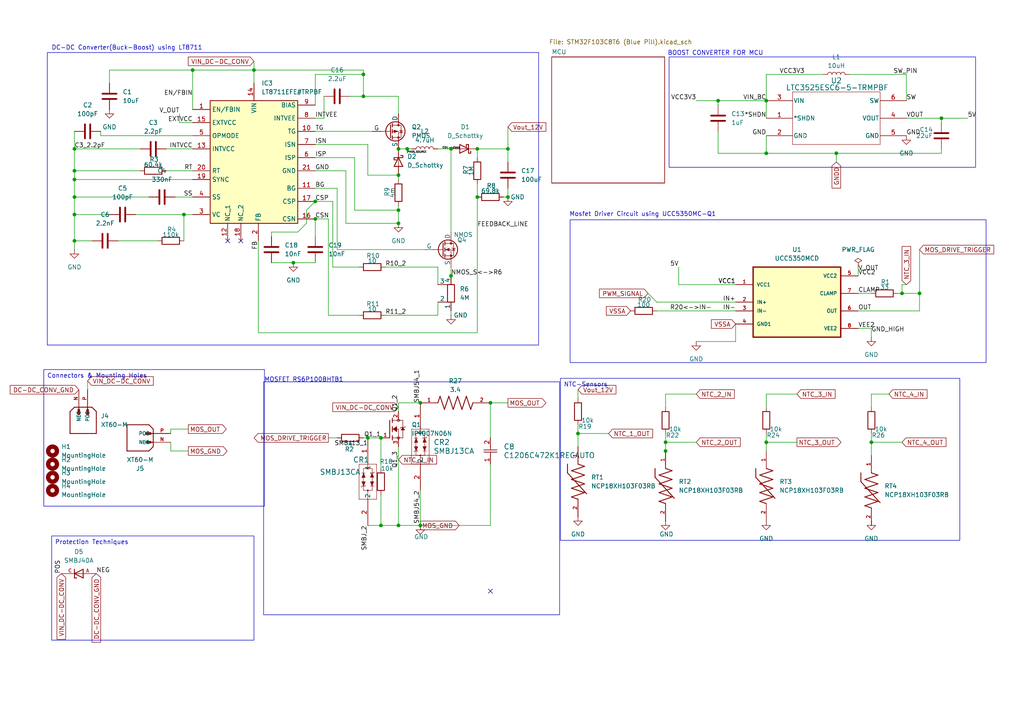
<source format=kicad_sch>
(kicad_sch (version 20231120) (generator "eeschema") (generator_version "8.0")
  (paper "A4")
  (title_block (title "High Power DC Load Control Unit") (date "2025-03-22") (rev "1"))
  (lib_symbols
    (symbol "2025-03-22_14-15-59:LTC3525ESC6-5-TRMPBF" (pin_names (offset 0.254))
      (property "Reference" "U2" (at 20.32 8.382 0))
      (property "Value" "LTC3525ESC6-5-TRMPBF" (at 20.574 6.35 0))
      (symbol "LTC3525ESC6-5-TRMPBF_0_1"
        (pin input line (at 0 -2.54 0) (length 7.62) (name "*SHDN") (number "1"))
        (pin power_in line (at 0 -7.62 0) (length 7.62) (name "GND") (number "2"))
        (pin input line (at 0 2.54 0) (length 7.62) (name "VIN") (number "3"))
        (pin output line (at 40.64 -2.54 180) (length 7.62) (name "VOUT") (number "4"))
        (pin power_in line (at 40.64 -7.62 180) (length 7.62) (name "GND") (number "5"))
      )
      (symbol "LTC3525ESC6-5-TRMPBF_1_1"
        (pin output line (at 40.64 2.54 180) (length 7.62) (name "SW") (number "6"))
      )
    )
    (symbol "2025-04-01_14-25-35:C1206C472K1RECAUTO" (pin_names (offset 0.254))
      (property "Reference" "C" (at 3.81 3.81 0))
      (property "Value" "C1206C472K1RECAUTO" (at 3.81 -3.81 0))
      (symbol "C1206C472K1RECAUTO_1_1"
        (pin unspecified line (at 0 0 0) (length 2.54) (name "") (number "1"))
        (pin unspecified line (at 7.62 0 180) (length 2.54) (name "") (number "2"))
      )
      (symbol "C1206C472K1RECAUTO_1_2"
        (pin unspecified line (at 0 0 270) (length 2.54) (name "") (number "1"))
        (pin unspecified line (at 0 -7.62 90) (length 2.54) (name "") (number "2"))
      )
    )
    (symbol "2025-04-01_14-40-45:SMBJ13CA" (pin_names (offset 0.254))
      (property "Reference" "CR" (at 12.7 7.62 0))
      (property "Value" "SMBJ13CA" (at 12.7 5.08 0))
      (symbol "SMBJ13CA_0_1"
        (pin unspecified line (at 0 0 0) (length 7.62) (name "1") (number "1"))
        (pin unspecified line (at 25.4 0 180) (length 7.62) (name "2") (number "2"))
      )
    )
    (symbol "CRCW25123R30JNEG:CRCW25123R30JNEG" (pin_names (offset 1.016))
      (property "Reference" "R" (at -7.6244 2.5415 0))
      (property "Value" "CRCW25123R30JNEG" (at -7.63 -5.0866 0))
      (symbol "CRCW25123R30JNEG_0_0"
        (pin passive line (at -10.16 0 0) (length 5.08) (name "~") (number "1"))
        (pin passive line (at 10.16 0 180) (length 5.08) (name "~") (number "2"))
      )
    )
    (symbol "Device:C" (pin_numbers hide) (pin_names (offset 0.254))
      (property "Reference" "C" (at 0.635 2.54 0))
      (property "Value" "C" (at 0.635 -2.54 0))
      (symbol "C_1_1"
        (pin passive line (at 0 3.81 270) (length 2.794) (name "~") (number "1"))
        (pin passive line (at 0 -3.81 90) (length 2.794) (name "~") (number "2"))
      )
    )
    (symbol "Device:D_Schottky" (pin_numbers hide) (pin_names (offset 1.016) hide)
      (property "Reference" "D" (at 0 2.54 0))
      (property "Value" "D_Schottky" (at 0 -2.54 0))
      (symbol "D_Schottky_1_1"
        (pin passive line (at -3.81 0 0) (length 2.54) (name "K") (number "1"))
        (pin passive line (at 3.81 0 180) (length 2.54) (name "A") (number "2"))
      )
    )
    (symbol "Device:L" (pin_numbers hide) (pin_names (offset 1.016) hide)
      (property "Reference" "L" (at -1.27 0 90))
      (property "Value" "L" (at 1.905 0 90))
      (symbol "L_1_1"
        (pin passive line (at 0 3.81 270) (length 1.27) (name "1") (number "1"))
        (pin passive line (at 0 -3.81 90) (length 1.27) (name "2") (number "2"))
      )
    )
    (symbol "Device:R" (pin_numbers hide) (pin_names (offset 0))
      (property "Reference" "R" (at 2.032 0 90))
      (property "Value" "R" (at 0 0 90))
      (symbol "R_1_1"
        (pin passive line (at 0 3.81 270) (length 1.27) (name "~") (number "1"))
        (pin passive line (at 0 -3.81 90) (length 1.27) (name "~") (number "2"))
      )
    )
    (symbol "Device:R_Shunt" (pin_numbers hide) (pin_names (offset 0))
      (property "Reference" "R" (at -4.445 0 90))
      (property "Value" "R_Shunt" (at -2.54 0 90))
      (symbol "R_Shunt_1_1"
        (pin passive line (at 0 5.08 270) (length 2.54) (name "1") (number "1"))
        (pin passive line (at 3.81 2.54 180) (length 2.54) (name "2") (number "2"))
        (pin passive line (at 3.81 -2.54 180) (length 2.54) (name "3") (number "3"))
        (pin passive line (at 0 -5.08 90) (length 2.54) (name "4") (number "4"))
      )
    )
    (symbol "IRFP4468PBF:IRFP4468PBF" (pin_names (offset 1.016))
      (property "Reference" "Q" (at -8.89 2.54 0))
      (property "Value" "IRFP4468PBF" (at -8.89 -7.62 0))
      (symbol "IRFP4468PBF_0_0"
        (pin passive line (at -2.54 -2.54 0) (length 2.54) (name "~") (number "1"))
        (pin passive line (at 2.54 5.08 270) (length 2.54) (name "~") (number "2"))
        (pin passive line (at 2.54 -5.08 90) (length 2.54) (name "~") (number "3"))
      )
    )
    (symbol "LT8711EFE#TRPBF:LT8711EFE#TRPBF"
      (property "Reference" "IC" (at 31.75 7.62 0))
      (property "Value" "LT8711EFE#TRPBF" (at 31.75 5.08 0))
      (symbol "LT8711EFE#TRPBF_1_1"
        (pin passive line (at 0 0 0) (length 5.08) (name "EN/FBIN") (number "1"))
        (pin passive line (at 35.56 -6.35 180) (length 5.08) (name "TG") (number "10"))
        (pin passive line (at 35.56 -22.86 180) (length 5.08) (name "BG") (number "11"))
        (pin passive line (at 10.16 -38.1 90) (length 5.08) (name "NC_1") (number "12"))
        (pin passive line (at 0 -11.43 0) (length 5.08) (name "INTVCC") (number "13"))
        (pin passive line (at 17.78 7.62 270) (length 5.08) (name "VIN") (number "14"))
        (pin passive line (at 0 -3.81 0) (length 5.08) (name "EXTVCC") (number "15"))
        (pin passive line (at 35.56 -31.75 180) (length 5.08) (name "CSN") (number "16"))
        (pin passive line (at 35.56 -26.67 180) (length 5.08) (name "CSP") (number "17"))
        (pin passive line (at 13.97 -38.1 90) (length 5.08) (name "NC_2") (number "18"))
        (pin passive line (at 0 -20.32 0) (length 5.08) (name "SYNC") (number "19"))
        (pin passive line (at 19.05 -38.1 90) (length 5.08) (name "FB") (number "2"))
        (pin passive line (at 0 -17.78 0) (length 5.08) (name "RT") (number "20"))
        (pin passive line (at 35.56 -17.78 180) (length 5.08) (name "GND") (number "21"))
        (pin passive line (at 0 -30.48 0) (length 5.08) (name "VC") (number "3"))
        (pin passive line (at 0 -25.4 0) (length 5.08) (name "SS") (number "4"))
        (pin passive line (at 0 -7.62 0) (length 5.08) (name "OPMODE") (number "5"))
        (pin passive line (at 35.56 -13.97 180) (length 5.08) (name "ISP") (number "6"))
        (pin passive line (at 35.56 -10.16 180) (length 5.08) (name "ISN") (number "7"))
        (pin passive line (at 35.56 -2.54 180) (length 5.08) (name "INTVEE") (number "8"))
        (pin passive line (at 35.56 1.27 180) (length 5.08) (name "BIAS") (number "9"))
      )
    )
    (symbol "Mechanical:MountingHole" (pin_names (offset 1.016)) (exclude_from_sim yes) (in_bom no)
      (property "Reference" "H" (at 0 5.08 0))
      (property "Value" "MountingHole" (at 0 3.175 0))
    )
    (symbol "NCP18XH103F03RB:NCP18XH103F03RB" (pin_names (offset 1.016))
      (property "Reference" "RT" (at -7.6244 3.5575 0))
      (property "Value" "NCP18XH103F03RB" (at -7.63 -6.1026 0))
      (symbol "NCP18XH103F03RB_0_0"
        (pin passive line (at -10.16 0 0) (length 5.08) (name "~") (number "1"))
        (pin passive line (at 10.16 0 180) (length 5.08) (name "~") (number "2"))
      )
    )
    (symbol "SMBJ40A:SMBJ40A" (pin_names (offset 1.016))
      (property "Reference" "D" (at -5.0835 2.4159 0))
      (property "Value" "SMBJ40A" (at -5.0854 -4.9611 0))
      (symbol "SMBJ40A_0_0"
        (pin passive line (at 5.08 0 180) (length 5.08) (name "~") (number "A"))
        (pin passive line (at -5.08 0 0) (length 5.08) (name "~") (number "C"))
      )
    )
    (symbol "Simulation_SPICE:NMOS" (pin_numbers hide) (pin_names (offset 0))
      (property "Reference" "Q" (at 5.08 1.27 0))
      (property "Value" "NMOS" (at 5.08 -1.27 0))
      (symbol "NMOS_1_1"
        (pin passive line (at 2.54 5.08 270) (length 2.54) (name "D") (number "1"))
        (pin input line (at -5.08 0 0) (length 2.54) (name "G") (number "2"))
        (pin passive line (at 2.54 -5.08 90) (length 2.54) (name "S") (number "3"))
      )
    )
    (symbol "Simulation_SPICE:PMOS" (pin_numbers hide) (pin_names (offset 0))
      (property "Reference" "Q" (at 5.08 1.27 0))
      (property "Value" "PMOS" (at 5.08 -1.27 0))
      (symbol "PMOS_1_1"
        (pin passive line (at 2.54 5.08 270) (length 2.54) (name "D") (number "1"))
        (pin input line (at -5.08 0 0) (length 2.54) (name "G") (number "2"))
        (pin passive line (at 2.54 -5.08 90) (length 2.54) (name "S") (number "3"))
      )
    )
    (symbol "UCC5350MCD:UCC5350MCD" (pin_names (offset 1.016))
      (property "Reference" "U1" (at 0 15.24 0))
      (property "Value" "UCC5350MCD" (at 0 12.7 0))
      (symbol "UCC5350MCD_0_0"
        (pin input line (at -17.78 5.08 0) (length 5.08) (name "VCC1") (number "1"))
        (pin input line (at -17.78 0 0) (length 5.08) (name "IN+") (number "2"))
        (pin input line (at -17.78 -2.54 0) (length 5.08) (name "IN-") (number "3"))
        (pin input line (at -17.78 -6.35 0) (length 5.08) (name "GND1") (number "4"))
        (pin power_in line (at 17.78 7.62 180) (length 5.08) (name "VCC2") (number "5"))
        (pin output line (at 17.78 -2.54 180) (length 5.08) (name "OUT") (number "6"))
        (pin output line (at 17.78 2.54 180) (length 5.08) (name "CLAMP") (number "7"))
      )
      (symbol "UCC5350MCD_1_0"
        (pin passive line (at 17.78 -7.62 180) (length 5.08) (name "VEE2") (number "8"))
      )
    )
    (symbol "XT60-M:XT60-M" (pin_names (offset 1.016))
      (property "Reference" "J" (at 0 6.35 0))
      (property "Value" "XT60-M" (at 0 -5.08 0))
      (symbol "XT60-M_0_0"
        (pin passive line (at -5.08 0 0) (length 5.08) (name "NEG") (number "N"))
        (pin passive line (at -5.08 2.54 0) (length 5.08) (name "POS") (number "P"))
      )
    )
    (symbol "XT60-M_1" (pin_names (offset 1.016))
      (property "Reference" "J4" (at 2.5399 6.35 90))
      (property "Value" "XT60-M" (at 5.0799 6.35 90))
      (symbol "XT60-M_1_1_0"
        (pin passive line (at -5.08 0 0) (length 5.08) (name "NEG") (number "N"))
        (pin power_in line (at -5.08 2.54 0) (length 5.08) (name "POS") (number "P"))
      )
    )
    (symbol "power:GND" (power) (pin_numbers hide) (pin_names (offset 0) hide)
      (property "Value" "GND" (at 0 -3.81 0))
      (symbol "GND_1_1"
        (pin power_in line (at 0 0 270) (length 0) (name "~") (number "1"))
      )
    )
    (symbol "power:PWR_FLAG" (power) (pin_numbers hide) (pin_names (offset 0) hide)
      (property "Value" "PWR_FLAG" (at 0 3.81 0))
      (symbol "PWR_FLAG_0_0"
        (pin power_out line (at 0 0 90) (length 0) (name "~") (number "1"))
      )
    )
  )
  (junction (at 138.43 43.18))
  (junction (at 142.24 116.84))
  (junction (at 130.81 43.18))
  (junction (at 115.57 64.77))
  (junction (at 110.49 152.4))
  (junction (at 115.57 43.18))
  (junction (at 21.59 52.07))
  (junction (at 138.43 57.15))
  (junction (at 110.49 127))
  (junction (at 222.25 128.27))
  (junction (at 53.34 62.23))
  (junction (at 252.73 128.27))
  (junction (at 273.05 34.29))
  (junction (at 222.25 29.21))
  (junction (at 91.44 63.5))
  (junction (at 118.11 43.18))
  (junction (at 130.81 80.01))
  (junction (at 21.59 43.18))
  (junction (at 115.57 60.96))
  (junction (at 21.59 62.23))
  (junction (at 21.59 49.53))
  (junction (at 105.41 21.59))
  (junction (at 242.57 44.45))
  (junction (at 55.88 20.32))
  (junction (at 266.7 85.09))
  (junction (at 208.28 29.21))
  (junction (at 261.62 85.09))
  (junction (at 147.32 43.18))
  (junction (at 21.59 57.15))
  (junction (at 105.41 27.94))
  (junction (at 193.04 130.81))
  (junction (at 222.25 44.45))
  (junction (at 85.09 76.2))
  (junction (at 21.59 69.85))
  (junction (at 73.66 20.32))
  (junction (at 91.44 58.42))
  (junction (at 121.92 152.4))
  (junction (at 121.92 116.84))
  (junction (at 193.04 128.27))
  (junction (at 115.57 152.4))
  (junction (at 106.68 127))
  (junction (at 167.64 125.73))
  (junction (at 115.57 50.8))
  (junction (at 147.32 57.15))
  (no_connect (at 69.85 69.85))
  (no_connect (at 66.04 69.85))
  (no_connect (at 142.24 171.45))
  (wire (pts (xy 266.7 72.39) (xy 266.7 85.09)))
  (wire (pts (xy 222.25 21.59) (xy 222.25 29.21)))
  (wire (pts (xy 48.26 49.53) (xy 55.88 49.53)))
  (wire (pts (xy 252.73 128.27) (xy 261.62 128.27)))
  (wire (pts (xy 208.28 29.21) (xy 222.25 29.21)))
  (wire (pts (xy 91.44 41.91) (xy 106.68 41.91)))
  (wire (pts (xy 106.68 41.91) (xy 106.68 50.8)))
  (wire (pts (xy 31.75 20.32) (xy 31.75 24.13)))
  (wire (pts (xy 248.92 77.47) (xy 248.92 80.01)))
  (wire (pts (xy 91.44 49.53) (xy 100.33 49.53)))
  (wire (pts (xy 91.44 54.61) (xy 97.79 54.61)))
  (wire (pts (xy 101.6 27.94) (xy 105.41 27.94)))
  (wire (pts (xy 21.59 69.85) (xy 26.67 69.85)))
  (wire (pts (xy 222.25 114.3) (xy 222.25 118.11)))
  (wire (pts (xy 55.88 20.32) (xy 73.66 20.32)))
  (wire (pts (xy 102.87 45.72) (xy 102.87 60.96)))
  (wire (pts (xy 222.25 44.45) (xy 222.25 39.37)))
  (wire (pts (xy 242.57 44.45) (xy 273.05 44.45)))
  (wire (pts (xy 55.88 20.32) (xy 55.88 31.75)))
  (wire (pts (xy 91.44 63.5) (xy 95.25 63.5)))
  (wire (pts (xy 115.57 152.4) (xy 121.92 152.4)))
  (wire (pts (xy 142.24 116.84) (xy 142.24 127)))
  (wire (pts (xy 193.04 125.73) (xy 193.04 128.27)))
  (wire (pts (xy 252.73 151.13) (xy 252.73 152.4)))
  (wire (pts (xy 187.96 85.09) (xy 190.5 87.63)))
  (wire (pts (xy 111.76 91.44) (xy 127 91.44)))
  (wire (pts (xy 222.25 29.21) (xy 222.25 34.29)))
  (wire (pts (xy 115.57 129.54) (xy 115.57 152.4)))
  (wire (pts (xy 21.59 49.53) (xy 21.59 52.07)))
  (wire (pts (xy 91.44 63.5) (xy 91.44 68.58)))
  (wire (pts (xy 119.38 43.18) (xy 118.11 43.18)))
  (wire (pts (xy 130.81 90.17) (xy 130.81 91.44)))
  (wire (pts (xy 167.64 113.03) (xy 167.64 115.57)))
  (wire (pts (xy 86.36 67.31) (xy 88.9 64.77)))
  (wire (pts (xy 252.73 114.3) (xy 252.73 118.11)))
  (wire (pts (xy 105.41 21.59) (xy 105.41 27.94)))
  (wire (pts (xy 102.87 60.96) (xy 115.57 60.96)))
  (wire (pts (xy 115.57 152.4) (xy 110.49 152.4)))
  (wire (pts (xy 78.74 76.2) (xy 85.09 76.2)))
  (wire (pts (xy 201.93 114.3) (xy 193.04 114.3)))
  (wire (pts (xy 21.59 43.18) (xy 40.64 43.18)))
  (wire (pts (xy 213.36 99.06) (xy 201.93 99.06)))
  (wire (pts (xy 142.24 152.4) (xy 142.24 134.62)))
  (wire (pts (xy 130.81 77.47) (xy 130.81 80.01)))
  (wire (pts (xy 118.11 43.18) (xy 115.57 43.18)))
  (wire (pts (xy 261.62 82.55) (xy 261.62 85.09)))
  (wire (pts (xy 262.89 34.29) (xy 273.05 34.29)))
  (wire (pts (xy 115.57 27.94) (xy 115.57 33.02)))
  (wire (pts (xy 193.04 128.27) (xy 201.93 128.27)))
  (wire (pts (xy 106.68 50.8) (xy 115.57 50.8)))
  (wire (pts (xy 127 43.18) (xy 130.81 43.18)))
  (wire (pts (xy 53.34 62.23) (xy 55.88 62.23)))
  (wire (pts (xy 222.25 125.73) (xy 222.25 128.27)))
  (wire (pts (xy 91.44 34.29) (xy 93.98 34.29)))
  (wire (pts (xy 147.32 54.61) (xy 147.32 57.15)))
  (wire (pts (xy 138.43 53.34) (xy 138.43 57.15)))
  (wire (pts (xy 73.66 20.32) (xy 73.66 24.13)))
  (wire (pts (xy 190.5 90.17) (xy 213.36 90.17)))
  (wire (pts (xy 91.44 21.59) (xy 105.41 21.59)))
  (wire (pts (xy 91.44 38.1) (xy 107.95 38.1)))
  (wire (pts (xy 21.59 49.53) (xy 40.64 49.53)))
  (wire (pts (xy 193.04 130.81) (xy 193.04 134.62)))
  (wire (pts (xy 262.89 21.59) (xy 262.89 29.21)))
  (wire (pts (xy 111.76 77.47) (xy 127 77.47)))
  (wire (pts (xy 96.52 77.47) (xy 104.14 77.47)))
  (wire (pts (xy 261.62 85.09) (xy 266.7 85.09)))
  (wire (pts (xy 110.49 135.89) (xy 110.49 127)))
  (wire (pts (xy 95.25 63.5) (xy 95.25 91.44)))
  (wire (pts (xy 193.04 128.27) (xy 193.04 130.81)))
  (wire (pts (xy 110.49 143.51) (xy 110.49 152.4)))
  (wire (pts (xy 21.59 57.15) (xy 43.18 57.15)))
  (wire (pts (xy 31.75 20.32) (xy 55.88 20.32)))
  (wire (pts (xy 208.28 38.1) (xy 208.28 44.45)))
  (wire (pts (xy 95.25 91.44) (xy 104.14 91.44)))
  (wire (pts (xy 257.81 114.3) (xy 252.73 114.3)))
  (wire (pts (xy 167.64 125.73) (xy 176.53 125.73)))
  (wire (pts (xy 21.59 57.15) (xy 21.59 62.23)))
  (wire (pts (xy 208.28 29.21) (xy 208.28 30.48)))
  (wire (pts (xy 100.33 64.77) (xy 115.57 64.77)))
  (wire (pts (xy 127 87.63) (xy 127 91.44)))
  (wire (pts (xy 21.59 62.23) (xy 31.75 62.23)))
  (wire (pts (xy 252.73 128.27) (xy 252.73 132.08)))
  (wire (pts (xy 85.09 76.2) (xy 91.44 76.2)))
  (wire (pts (xy 52.07 33.02) (xy 52.07 35.56)))
  (wire (pts (xy 147.32 43.18) (xy 147.32 46.99)))
  (wire (pts (xy 97.79 54.61) (xy 97.79 72.39)))
  (wire (pts (xy 147.32 36.83) (xy 147.32 43.18)))
  (wire (pts (xy 91.44 45.72) (xy 102.87 45.72)))
  (wire (pts (xy 95.25 127) (xy 97.79 127)))
  (wire (pts (xy 21.59 38.1) (xy 21.59 43.18)))
  (wire (pts (xy 91.44 58.42) (xy 96.52 58.42)))
  (wire (pts (xy 242.57 46.99) (xy 242.57 44.45)))
  (wire (pts (xy 260.35 85.09) (xy 261.62 85.09)))
  (wire (pts (xy 196.85 77.47) (xy 196.85 82.55)))
  (wire (pts (xy 115.57 52.07) (xy 115.57 50.8)))
  (wire (pts (xy 138.43 43.18) (xy 147.32 43.18)))
  (wire (pts (xy 21.59 52.07) (xy 21.59 57.15)))
  (wire (pts (xy 52.07 35.56) (xy 55.88 35.56)))
  (wire (pts (xy 252.73 95.25) (xy 252.73 97.79)))
  (wire (pts (xy 193.04 114.3) (xy 193.04 118.11)))
  (wire (pts (xy 208.28 44.45) (xy 222.25 44.45)))
  (wire (pts (xy 93.98 27.94) (xy 93.98 34.29)))
  (wire (pts (xy 167.64 125.73) (xy 167.64 129.54)))
  (wire (pts (xy 97.79 72.39) (xy 123.19 72.39)))
  (wire (pts (xy 88.9 60.96) (xy 91.44 58.42)))
  (wire (pts (xy 21.59 52.07) (xy 55.88 52.07)))
  (wire (pts (xy 34.29 69.85) (xy 45.72 69.85)))
  (wire (pts (xy 248.92 85.09) (xy 252.73 85.09)))
  (wire (pts (xy 118.11 44.45) (xy 118.11 43.18)))
  (wire (pts (xy 222.25 128.27) (xy 231.14 128.27)))
  (wire (pts (xy 78.74 67.31) (xy 86.36 67.31)))
  (wire (pts (xy 248.92 95.25) (xy 252.73 95.25)))
  (wire (pts (xy 222.25 128.27) (xy 222.25 130.81)))
  (wire (pts (xy 74.93 96.52) (xy 138.43 96.52)))
  (wire (pts (xy 73.66 20.32) (xy 105.41 20.32)))
  (wire (pts (xy 147.32 116.84) (xy 142.24 116.84)))
  (wire (pts (xy 115.57 27.94) (xy 105.41 27.94)))
  (wire (pts (xy 54.61 124.46) (xy 49.53 124.46)))
  (wire (pts (xy 115.57 59.69) (xy 115.57 60.96)))
  (wire (pts (xy 21.59 69.85) (xy 21.59 72.39)))
  (wire (pts (xy 273.05 43.18) (xy 273.05 44.45)))
  (wire (pts (xy 252.73 125.73) (xy 252.73 128.27)))
  (wire (pts (xy 91.44 21.59) (xy 91.44 30.48)))
  (wire (pts (xy 96.52 58.42) (xy 96.52 77.47)))
  (wire (pts (xy 54.61 130.81) (xy 49.53 130.81)))
  (wire (pts (xy 273.05 34.29) (xy 273.05 35.56)))
  (wire (pts (xy 130.81 43.18) (xy 130.81 67.31)))
  (wire (pts (xy 196.85 82.55) (xy 213.36 82.55)))
  (wire (pts (xy 78.74 67.31) (xy 78.74 68.58)))
  (wire (pts (xy 49.53 130.81) (xy 49.53 128.27)))
  (wire (pts (xy 105.41 20.32) (xy 105.41 21.59)))
  (wire (pts (xy 127 77.47) (xy 127 82.55)))
  (wire (pts (xy 100.33 49.53) (xy 100.33 64.77)))
  (wire (pts (xy 29.21 39.37) (xy 55.88 39.37)))
  (wire (pts (xy 190.5 87.63) (xy 213.36 87.63)))
  (wire (pts (xy 130.81 81.28) (xy 130.81 80.01)))
  (wire (pts (xy 21.59 62.23) (xy 21.59 69.85)))
  (wire (pts (xy 266.7 85.09) (xy 266.7 90.17)))
  (wire (pts (xy 25.4 110.49) (xy 25.4 113.03)))
  (wire (pts (xy 50.8 57.15) (xy 55.88 57.15)))
  (wire (pts (xy 88.9 64.77) (xy 88.9 60.96)))
  (wire (pts (xy 213.36 93.98) (xy 213.36 99.06)))
  (wire (pts (xy 167.64 123.19) (xy 167.64 125.73)))
  (wire (pts (xy 222.25 21.59) (xy 238.76 21.59)))
  (wire (pts (xy 246.38 21.59) (xy 262.89 21.59)))
  (wire (pts (xy 222.25 44.45) (xy 242.57 44.45)))
  (wire (pts (xy 106.68 152.4) (xy 110.49 152.4)))
  (wire (pts (xy 273.05 34.29) (xy 280.67 34.29)))
  (wire (pts (xy 21.59 43.18) (xy 21.59 49.53)))
  (wire (pts (xy 121.92 152.4) (xy 142.24 152.4)))
  (wire (pts (xy 121.92 152.4) (xy 121.92 142.24)))
  (wire (pts (xy 106.68 129.54) (xy 106.68 127)))
  (wire (pts (xy 138.43 57.15) (xy 138.43 96.52)))
  (wire (pts (xy 105.41 127) (xy 106.68 127)))
  (wire (pts (xy 115.57 116.84) (xy 115.57 119.38)))
  (wire (pts (xy 115.57 64.77) (xy 115.57 60.96)))
  (wire (pts (xy 73.66 17.78) (xy 73.66 20.32)))
  (wire (pts (xy 29.21 39.37) (xy 29.21 38.1)))
  (wire (pts (xy 231.14 114.3) (xy 222.25 114.3)))
  (wire (pts (xy 121.92 116.84) (xy 115.57 116.84)))
  (wire (pts (xy 248.92 90.17) (xy 266.7 90.17)))
  (wire (pts (xy 74.93 69.85) (xy 74.93 96.52)))
  (wire (pts (xy 53.34 62.23) (xy 53.34 69.85)))
  (wire (pts (xy 262.89 82.55) (xy 261.62 82.55)))
  (wire (pts (xy 49.53 124.46) (xy 49.53 125.73)))
  (wire (pts (xy 201.93 29.21) (xy 208.28 29.21)))
  (wire (pts (xy 106.68 127) (xy 110.49 127)))
  (wire (pts (xy 138.43 45.72) (xy 138.43 43.18)))
  (wire (pts (xy 147.32 57.15) (xy 146.05 57.15)))
  (wire (pts (xy 48.26 43.18) (xy 55.88 43.18)))
  (wire (pts (xy 39.37 62.23) (xy 53.34 62.23)))
  (rectangle (start 13.716 15.24) (end 156.21 100.076))
  (rectangle (start 76.454 110.744) (end 162.306 178.308))
  (rectangle (start 165.354 63.754) (end 286.004 105.156))
  (rectangle (start 194.056 16.51) (end 282.956 48.514))
  (text_box "Connectors & Mounting Holes\n\n" (at 12.7 107.188 0) (size 64.008 39.624) (effects (font (size 1.27 1.27)) (justify left top)))
  (text_box "NTC-Sensors\n" (at 162.56 109.728 0) (size 115.824 46.99) (effects (font (size 1.27 1.27)) (justify left top)))
  (text_box "Protection Techniques\n" (at 14.986 155.448 0) (size 58.674 30.226) (effects (font (size 1.27 1.27)) (justify left top)))
  (text "MOSFET RS6P100BHTB1" (at 88.138 110.236 0) (effects (font (size 1.27 1.27))))
  (text "Mosfet Driver Circuit using UCC5350MC-Q1\n" (at 186.436 62.23 0) (effects (font (size 1.27 1.27))))
  (text "DC-DC Converter(Buck-Boost) using LT8711\n" (at 36.83 13.97 0) (effects (font (size 1.27 1.27))))
  (text "BOOST CONVERTER FOR MCU\n" (at 207.518 15.494 0) (effects (font (size 1.27 1.27))))
  (label "Q1_3" (at 115.57 130.81 270))
  (label "GND" (at 262.89 39.37 0))
  (label "VIN_BC" (at 222.25 29.21 180))
  (label "BG" (at 91.44 54.61 0))
  (label "SMBJ13_1" (at 106.68 129.54 180))
  (label "ISP" (at 91.44 45.72 0))
  (label "R10_2" (at 111.76 77.47 0))
  (label "IN+" (at 213.36 87.63 180))
  (label "ISN" (at 91.44 41.91 0))
  (label "GND_HIGH" (at 252.73 96.52 0))
  (label "TG" (at 91.44 38.1 0))
  (label "Q1_1" (at 110.49 127 180))
  (label "NEG" (at 27.94 166.37 0))
  (label "COIL->diode" (at 128.27 43.18 0) (effects (font (size 0.508 0.508))))
  (label "EN/FBIN" (at 55.88 27.94 180))
  (label "GND" (at 91.44 49.53 0))
  (label "SMBJ_2" (at 106.68 152.4 270))
  (label "NMOS_S<->R6" (at 130.81 80.01 0))
  (label "VCC2" (at 248.92 80.01 0))
  (label "SMBJ54_2" (at 121.92 142.24 270))
  (label "SW" (at 262.89 29.21 0))
  (label "VCC3V3" (at 201.93 29.21 180))
  (label "VOUT" (at 262.89 34.29 0))
  (label "PMOS_SOURCE" (at 118.11 44.45 0) (effects (font (size 0.508 0.508))))
  (label "FEEDBACK_LINE" (at 138.43 66.04 0))
  (label "Q1_2" (at 115.57 119.38 90))
  (label "VCC1" (at 213.36 82.55 180))
  (label "*SHDN" (at 222.25 34.29 180))
  (label "VCC1" (at 213.36 82.55 180))
  (label "FB" (at 74.93 69.85 270))
  (label "GND" (at 222.25 39.37 180))
  (label "EXTVCC" (at 55.88 35.56 180))
  (label "INTVEE" (at 91.44 34.29 0))
  (label "SMBJ54_1" (at 121.92 116.84 90))
  (label "VCC3V3" (at 226.06 21.59 0))
  (label "CSN" (at 91.44 63.5 0))
  (label "OUT" (at 248.92 90.17 0))
  (label "IN-" (at 213.36 90.17 180))
  (label "SW_PIN" (at 259.08 21.59 0))
  (label "R11_2" (at 111.76 91.44 0))
  (label "5V" (at 280.67 34.29 0))
  (label "POS" (at 17.78 166.37 90))
  (label "V_OUT" (at 248.92 78.74 0))
  (label "CLAMP" (at 248.92 85.09 0))
  (label "CSP" (at 91.44 58.42 0))
  (label "5V" (at 196.85 77.47 180))
  (label "R20<->IN-" (at 194.31 90.17 0))
  (label "SS" (at 55.88 57.15 180))
  (label "C3_2.2pF" (at 21.59 43.18 0))
  (label "VEE2" (at 248.92 95.25 0))
  (label "RT" (at 55.88 49.53 180))
  (label "INTVCC" (at 55.88 43.18 180))
  (label "V_OUT" (at 52.07 33.02 180))
  (global_label "VSSA" (shape input) (at 182.88 90.17 180) (property "Intersheetrefs" "${INTERSHEET_REFS}" (effects (hide yes))))
  (global_label "NTC_4_OUT" (shape input) (at 261.62 128.27 0) (property "Intersheetrefs" "${INTERSHEET_REFS}" (effects (hide yes))))
  (global_label "MOS_DRIVE_TRIGGER" (shape input) (at 266.7 72.39 0) (property "Intersheetrefs" "${INTERSHEET_REFS}" (effects (hide yes))))
  (global_label "DC-DC_CONV_GND" (shape input) (at 27.94 166.37 270) (property "Intersheetrefs" "${INTERSHEET_REFS}" (effects (hide yes))))
  (global_label "NTC_2_IN" (shape input) (at 115.57 133.35 0) (property "Intersheetrefs" "${INTERSHEET_REFS}" (effects (hide yes))))
  (global_label "PWM_SIGNAL" (shape input) (at 187.96 85.09 180) (property "Intersheetrefs" "${INTERSHEET_REFS}" (effects (hide yes))))
  (global_label "NTC_4_IN" (shape input) (at 257.81 114.3 0) (property "Intersheetrefs" "${INTERSHEET_REFS}" (effects (hide yes))))
  (global_label "VIN_DC-DC_CONV" (shape input) (at 73.66 17.78 180) (property "Intersheetrefs" "${INTERSHEET_REFS}" (effects (hide yes))))
  (global_label "NTC_1_OUT" (shape input) (at 176.53 125.73 0) (property "Intersheetrefs" "${INTERSHEET_REFS}" (effects (hide yes))))
  (global_label "NTC_2_IN" (shape input) (at 201.93 114.3 0) (property "Intersheetrefs" "${INTERSHEET_REFS}" (effects (hide yes))))
  (global_label "Vout_12V" (shape input) (at 167.64 113.03 0) (property "Intersheetrefs" "${INTERSHEET_REFS}" (effects (hide yes))))
  (global_label "VIN_DC-DC_CONV" (shape input) (at 115.57 118.11 180) (property "Intersheetrefs" "${INTERSHEET_REFS}" (effects (hide yes))))
  (global_label "VIN_DC-DC_CONV" (shape input) (at 25.4 110.49 0) (property "Intersheetrefs" "${INTERSHEET_REFS}" (effects (hide yes))))
  (global_label "MOS_OUT" (shape output) (at 147.32 116.84 0) (property "Intersheetrefs" "${INTERSHEET_REFS}" (effects (hide yes))))
  (global_label "Vout_12V" (shape input) (at 147.32 36.83 0) (property "Intersheetrefs" "${INTERSHEET_REFS}" (effects (hide yes))))
  (global_label "VSSA" (shape input) (at 213.36 93.98 180) (property "Intersheetrefs" "${INTERSHEET_REFS}" (effects (hide yes))))
  (global_label "NTC_3_OUT" (shape output) (at 231.14 128.27 0) (property "Intersheetrefs" "${INTERSHEET_REFS}" (effects (hide yes))))
  (global_label "MOS_DRIVE_TRIGGER" (shape output) (at 95.25 127 180) (property "Intersheetrefs" "${INTERSHEET_REFS}" (effects (hide yes))))
  (global_label "NTC_3_IN" (shape input) (at 231.14 114.3 0) (property "Intersheetrefs" "${INTERSHEET_REFS}" (effects (hide yes))))
  (global_label "DC-DC_CONV_GND" (shape input) (at 22.86 113.03 180) (property "Intersheetrefs" "${INTERSHEET_REFS}" (effects (hide yes))))
  (global_label "MOS_OUT" (shape output) (at 54.61 124.46 0) (property "Intersheetrefs" "${INTERSHEET_REFS}" (effects (hide yes))))
  (global_label "MOS_GND" (shape output) (at 121.92 152.4 0) (property "Intersheetrefs" "${INTERSHEET_REFS}" (effects (hide yes))))
  (global_label "NTC_3_IN" (shape input) (at 262.89 82.55 90) (property "Intersheetrefs" "${INTERSHEET_REFS}" (effects (hide yes))))
  (global_label "MOS_GND" (shape output) (at 54.61 130.81 0) (property "Intersheetrefs" "${INTERSHEET_REFS}" (effects (hide yes))))
  (global_label "VIN_DC-DC_CONV" (shape input) (at 17.78 166.37 270) (property "Intersheetrefs" "${INTERSHEET_REFS}" (effects (hide yes))))
  (global_label "GNDD" (shape input) (at 242.57 46.99 270) (property "Intersheetrefs" "${INTERSHEET_REFS}" (effects (hide yes))))
  (global_label "NTC_2_OUT" (shape input) (at 201.93 128.27 0) (property "Intersheetrefs" "${INTERSHEET_REFS}" (effects (hide yes))))
  (symbol (lib_id "Device:R") (at 115.57 55.88 180) (unit 1)
    (property "Reference" "R9" (at 112.268 55.626 90))
    (property "Value" "4m" (at 113.792 55.88 90))
    (property "Footprint" "Resistor_SMD:R_1206_3216Metric" (effects (hide yes)))
    (property "Description" "Resistor" (effects (hide yes)))
  )
  (symbol (lib_id "2025-04-01_14-40-45:SMBJ13CA") (at 121.92 116.84 270) (unit 1)
    (property "Reference" "CR2" (at 125.73 128.2699 90) (effects (font (size 1.524 1.524)) (justify left)))
    (property "Value" "SMBJ13CA" (at 125.73 130.8099 90) (effects (font (size 1.524 1.524)) (justify left)))
    (property "Footprint" "SMBJ13CA:DO214AC_LTF-L" (effects (hide yes)))
    (property "Datasheet" "SMBJ13CA" (effects (hide yes)))
  )
  (symbol (lib_id "CRCW25123R30JNEG:CRCW25123R30JNEG") (at 132.08 116.84 0) (unit 1)
    (property "Reference" "R27" (at 132.08 110.49 0))
    (property "Value" "3.4" (at 132.08 113.03 0))
    (property "Footprint" "SNUBBER_RES:RESC6331X70N" (effects (hide yes)))
  )
  (symbol (lib_id "Device:R") (at 107.95 91.44 90) (unit 1)
    (property "Reference" "R11" (at 108.204 88.138 90))
    (property "Value" "10" (at 107.95 89.662 90))
    (property "Footprint" "Resistor_SMD:R_1206_3216Metric" (effects (hide yes)))
    (property "Description" "Resistor" (effects (hide yes)))
  )
  (symbol (lib_id "XT60-M:XT60-M") (at 44.45 128.27 0) (mirror y) (unit 1)
    (property "Reference" "J5" (at 40.64 135.89 0))
    (property "Value" "XT60-M" (at 40.64 133.35 0))
    (property "Footprint" "Connector_AMASS:AMASS_XT60PW-M_1x02_P7.20mm_Horizontal" (effects (hide yes)))
    (property "MF" "AMASS" (effects (hide yes)))
    (property "MAXIMUM_PACKAGE_HEIGHT" "16.00 mm" (effects (hide yes)))
    (property "Package" "Package" (effects (hide yes)))
    (property "Price" "None" (effects (hide yes)))
    (property "Check_prices" "https://www.snapeda.com/parts/XT60-M/AMASS/view-part/?ref=eda" (effects (hide yes)))
    (property "STANDARD" "IPC 7351B" (effects (hide yes)))
    (property "PARTREV" "V1.2" (effects (hide yes)))
    (property "SnapEDA_Link" "https://www.snapeda.com/parts/XT60-M/AMASS/view-part/?ref=snap" (effects (hide yes)))
    (property "MP" "XT60-M" (effects (hide yes)))
    (property "Description_1" "\n                        \n                            Plug; DC supply; XT60; male; PIN: 2; for cable; soldered; 30A; 500V\n                        \n" (effects (hide yes)))
    (property "Availability" "Not in stock" (effects (hide yes)))
    (property "MANUFACTURER" "AMASS" (effects (hide yes)))
  )
  (symbol (lib_id "UCC5350MCD:UCC5350MCD") (at 231.14 87.63 0) (unit 1)
    (property "Reference" "U1" (at 231.14 72.39 0))
    (property "Value" "UCC5350MCD" (at 231.14 74.93 0))
    (property "Footprint" "UCC5350MCD:SOIC127P599X175-8N" (effects (hide yes)))
    (property "MF" "Texas Instruments" (effects (hide yes)))
    (property "Description_1" "\n                        \n                            3kVrms, 5A/5A single-channel isolated gate driver with miller clamp or split out & 8V or 12V UVLO\n                        \n" (effects (hide yes)))
    (property "Package" "SOIC-8 Texas Instruments" (effects (hide yes)))
    (property "Price" "None" (effects (hide yes)))
    (property "SnapEDA_Link" "https://www.snapeda.com/parts/UCC5350MCD/Texas+Instruments/view-part/?ref=snap" (effects (hide yes)))
    (property "MP" "UCC5350MCD" (effects (hide yes)))
    (property "Availability" "In Stock" (effects (hide yes)))
    (property "Check_prices" "https://www.snapeda.com/parts/UCC5350MCD/Texas+Instruments/view-part/?ref=eda" (effects (hide yes)))
  )
  (symbol (lib_id "Device:C") (at 97.79 27.94 90) (unit 1)
    (property "Reference" "C16" (at 97.79 20.32 90))
    (property "Value" "2.2uF" (at 97.79 22.86 90))
    (property "Footprint" "Capacitor_SMD:C_0603_1608Metric" (effects (hide yes)))
    (property "Description" "Unpolarized capacitor" (effects (hide yes)))
  )
  (symbol (lib_id "IRFP4468PBF:IRFP4468PBF") (at 113.03 124.46 0) (unit 1)
    (property "Reference" "Q1" (at 119.38 123.1899 0) (effects (justify left)))
    (property "Value" "IPT007N06N" (at 119.38 125.7299 0) (effects (justify left)))
    (property "Footprint" "Package_TO_SOT_SMD:TO-263-7_TabPin8" (effects (hide yes)))
    (property "MF" "Infineon Technologies" (effects (hide yes)))
    (property "MAXIMUM_PACKAGE_HEIGHT" "24.99mm" (effects (hide yes)))
    (property "Package" "TO-247 Infineon" (effects (hide yes)))
    (property "Price" "None" (effects (hide yes)))
    (property "Check_prices" "https://www.snapeda.com/parts/IRFP4468PBF/Infineon/view-part/?ref=eda" (effects (hide yes)))
    (property "STANDARD" "IPC 7351B" (effects (hide yes)))
    (property "PARTREV" "5/21/08" (effects (hide yes)))
    (property "SnapEDA_Link" "https://www.snapeda.com/parts/IRFP4468PBF/Infineon/view-part/?ref=snap" (effects (hide yes)))
    (property "MP" "IRFP4468PBF" (effects (hide yes)))
    (property "Description_1" "\n                        \n                            MOSFET, N Ch., 100V, 290A, 2.6 MOHM, 360 NC QG, TO-247AC, Pb-Free | Infineon IRFP4468PBF\n                        \n" (effects (hide yes)))
    (property "Availability" "In Stock" (effects (hide yes)))
    (property "MANUFACTURER" "Infineon Technologies" (effects (hide yes)))
  )
  (symbol (lib_id "Device:C") (at 35.56 62.23 90) (unit 1)
    (property "Reference" "C5" (at 35.56 54.61 90))
    (property "Value" "100pF" (at 35.56 57.15 90))
    (property "Footprint" "Capacitor_SMD:C_0603_1608Metric" (effects (hide yes)))
    (property "Description" "Unpolarized capacitor" (effects (hide yes)))
  )
  (symbol (lib_id "Device:L") (at 123.19 43.18 90) (unit 1)
    (property "Reference" "L2" (at 123.19 38.1 90))
    (property "Value" "4.7uH" (at 123.19 40.64 90))
    (property "Footprint" "Inductor_SMD:L_1210_3225Metric" (effects (hide yes)))
    (property "Description" "Inductor" (effects (hide yes)))
  )
  (symbol (lib_id "power:GND") (at 201.93 99.06 0) (unit 1)
    (property "Reference" "#PWR02" (effects (hide yes)))
    (property "Value" "GND" (at 201.93 104.14 0))
    (property "Description" "Power symbol creates a global label with name \"GND\" , ground" (effects (hide yes)))
  )
  (symbol (lib_id "2025-03-22_14-15-59:LTC3525ESC6-5-TRMPBF") (at 222.25 31.75 0) (unit 1)
    (property "Reference" "U2" (at 242.57 23.368 0) (effects (font (size 1.524 1.524))))
    (property "Value" "LTC3525ESC6-5-TRMPBF" (at 242.824 25.4 0) (effects (font (size 1.524 1.524))))
    (property "Footprint" "LTC3525ESC6-5-TRMPBF:SC70-SC6_LIT-L" (effects (hide yes)))
    (property "Datasheet" "LTC3525ESC6-5-TRMPBF" (effects (hide yes)))
  )
  (symbol (lib_id "Device:R") (at 186.69 90.17 90) (unit 1)
    (property "Reference" "R20" (at 186.944 86.868 90))
    (property "Value" "100" (at 186.69 88.392 90))
    (property "Footprint" "Resistor_SMD:R_1206_3216Metric" (effects (hide yes)))
    (property "Description" "Resistor" (effects (hide yes)))
  )
  (symbol (lib_id "Device:R") (at 193.04 121.92 0) (unit 1)
    (property "Reference" "R22" (at 195.072 126.238 0))
    (property "Value" "10k" (at 195.834 124.46 0))
    (property "Footprint" "Resistor_SMD:R_1206_3216Metric" (effects (hide yes)))
    (property "Description" "Resistor" (effects (hide yes)))
  )
  (symbol (lib_id "Device:C") (at 208.28 34.29 180) (unit 1)
    (property "Reference" "C13" (at 212.09 33.0199 0) (effects (justify right)))
    (property "Value" "1uF" (at 212.09 35.5599 0) (effects (justify right)))
    (property "Footprint" "Capacitor_SMD:C_0805_2012Metric" (effects (hide yes)))
    (property "Description" "Unpolarized capacitor" (effects (hide yes)))
  )
  (symbol (lib_id "Device:C") (at 44.45 43.18 90) (unit 1)
    (property "Reference" "C3" (at 44.45 35.56 90))
    (property "Value" "2.2pF" (at 44.45 38.1 90))
    (property "Footprint" "Capacitor_SMD:C_0603_1608Metric" (effects (hide yes)))
    (property "Description" "Unpolarized capacitor" (effects (hide yes)))
  )
  (symbol (lib_id "LT8711EFE#TRPBF:LT8711EFE#TRPBF") (at 55.88 31.75 0) (unit 1)
    (property "Reference" "IC3" (at 75.8541 24.13 0) (effects (justify left)))
    (property "Value" "LT8711EFE#TRPBF" (at 75.8541 26.67 0) (effects (justify left)))
    (property "Footprint" "AP7343-30W5-7:SOP65P640X120-21N" (effects (hide yes)))
    (property "Datasheet" "https://www.analog.com/LT8711/datasheet" (effects (hide yes)))
    (property "Description" "Micropower Synchronous Multitopology Controller with 42V Input Capability" (effects (hide yes)))
    (property "Height" "1.2" (effects (hide yes)))
    (property "Mouser Part Number" "584-LT8711EFETRPBF" (effects (hide yes)))
    (property "Mouser Price/Stock" "https://www.mouser.co.uk/ProductDetail/Analog-Devices/LT8711EFETRPBF?qs=YCa%2FAAYMW03ypo7nngD4zA%3D%3D" (effects (hide yes)))
    (property "Manufacturer_Name" "Analog Devices" (effects (hide yes)))
    (property "Manufacturer_Part_Number" "LT8711EFE#TRPBF" (effects (hide yes)))
  )
  (symbol (lib_id "Device:R") (at 256.54 85.09 90) (unit 1)
    (property "Reference" "R1" (at 256.794 81.788 90))
    (property "Value" "33" (at 256.54 83.312 90))
    (property "Footprint" "Resistor_SMD:R_1206_3216Metric" (effects (hide yes)))
    (property "Description" "Resistor" (effects (hide yes)))
  )
  (symbol (lib_id "Device:R") (at 252.73 121.92 0) (unit 1)
    (property "Reference" "R26" (at 254.762 126.238 0))
    (property "Value" "10k" (at 255.524 124.46 0))
    (property "Footprint" "Resistor_SMD:R_1206_3216Metric" (effects (hide yes)))
    (property "Description" "Resistor" (effects (hide yes)))
  )
  (symbol (lib_id "Device:C") (at 30.48 69.85 90) (unit 1)
    (property "Reference" "C6" (at 30.48 62.23 90))
    (property "Value" "2.2nF" (at 30.48 64.77 90))
    (property "Footprint" "Capacitor_SMD:C_0603_1608Metric" (effects (hide yes)))
    (property "Description" "Unpolarized capacitor" (effects (hide yes)))
  )
  (symbol (lib_id "Device:R") (at 44.45 49.53 90) (unit 1)
    (property "Reference" "R3" (at 44.704 46.228 90))
    (property "Value" "60.4k" (at 44.45 47.752 90))
    (property "Footprint" "Resistor_SMD:R_1206_3216Metric" (effects (hide yes)))
    (property "Description" "Resistor" (effects (hide yes)))
  )
  (symbol (lib_id "2025-04-01_14-25-35:C1206C472K1RECAUTO") (at 142.24 134.62 90) (unit 1)
    (property "Reference" "C8" (at 146.05 129.5399 90) (effects (font (size 1.524 1.524)) (justify right)))
    (property "Value" "C1206C472K1RECAUTO" (at 146.05 132.0799 90) (effects (font (size 1.524 1.524)) (justify right)))
    (property "Footprint" "SNUBBER_CAPACITOR:CAPC340180_88N_KEM-L" (effects (hide yes)))
    (property "Datasheet" "C1206C472K1RECAUTO" (effects (hide yes)))
  )
  (symbol (lib_id "SMBJ40A:SMBJ40A") (at 22.86 166.37 0) (unit 1)
    (property "Reference" "D5" (at 22.86 160.02 0))
    (property "Value" "SMBJ40A" (at 22.86 162.56 0))
    (property "Footprint" "SMBJ40A:DIOM4336X265N" (effects (hide yes)))
    (property "MF" "Taiwan Semiconductor Corporation" (effects (hide yes)))
    (property "MAXIMUM_PACKAGE_HEIGHT" "2.65 mm" (effects (hide yes)))
    (property "Package" "SMD-2 Taiwan Semiconductor" (effects (hide yes)))
    (property "Price" "None" (effects (hide yes)))
    (property "Check_prices" "https://www.snapeda.com/parts/SMBJ40A/taiwan/view-part/?ref=eda" (effects (hide yes)))
    (property "STANDARD" "IPC-7351B" (effects (hide yes)))
    (property "PARTREV" "F2102" (effects (hide yes)))
    (property "SnapEDA_Link" "https://www.snapeda.com/parts/SMBJ40A/taiwan/view-part/?ref=snap" (effects (hide yes)))
    (property "MP" "SMBJ40A" (effects (hide yes)))
    (property "Description_1" "\n                        \n                            600W, 46.8V, 5%, Unidirectional, TVS\n                        \n" (effects (hide yes)))
    (property "Availability" "In Stock" (effects (hide yes)))
    (property "MANUFACTURER" "Taiwan Semiconductor" (effects (hide yes)))
  )
  (symbol (lib_id "Device:R") (at 138.43 49.53 180) (unit 1)
    (property "Reference" "R7" (at 135.128 49.276 90))
    (property "Value" "1M" (at 136.652 49.53 90))
    (property "Footprint" "Resistor_SMD:R_1206_3216Metric" (effects (hide yes)))
    (property "Description" "Resistor" (effects (hide yes)))
  )
  (symbol (lib_id "power:GND") (at 31.75 31.75 0) (unit 1)
    (property "Reference" "#PWR05" (effects (hide yes)))
    (property "Value" "GND" (at 31.75 36.83 0))
    (property "Description" "Power symbol creates a global label with name \"GND\" , ground" (effects (hide yes)))
  )
  (symbol (lib_id "power:GND") (at 262.89 39.37 0) (unit 1)
    (property "Reference" "#PWR06" (effects (hide yes)))
    (property "Value" "GND" (at 262.89 44.45 0))
    (property "Description" "Power symbol creates a global label with name \"GND\" , ground" (effects (hide yes)))
  )
  (symbol (lib_id "power:GND") (at 167.64 149.86 0) (unit 1)
    (property "Reference" "#PWR030" (effects (hide yes)))
    (property "Value" "GND" (at 167.64 154.94 0))
    (property "Description" "Power symbol creates a global label with name \"GND\" , ground" (effects (hide yes)))
  )
  (symbol (lib_id "NCP18XH103F03RB:NCP18XH103F03RB") (at 193.04 140.97 270) (unit 1)
    (property "Reference" "RT2" (at 196.85 139.6999 90) (effects (justify left)))
    (property "Value" "NCP18XH103F03RB" (at 196.85 142.2399 90) (effects (justify left)))
    (property "Footprint" "NCP18XH103F03RB:THRMC1608X95N" (effects (hide yes)))
    (property "DigiKey_Part_Number" "490-4800-2-ND" (effects (hide yes)))
    (property "SnapEDA_Link" "https://www.snapeda.com/parts/NCP18XH103F03RB/Murata/view-part/?ref=snap" (effects (hide yes)))
    (property "Description_1" "\n                        \n                            NTC Thermistor 10k 0603 (1608 Metric)\n                        \n" (effects (hide yes)))
    (property "MF" "Murata" (effects (hide yes)))
    (property "Package" "1608 Murata" (effects (hide yes)))
    (property "Check_prices" "https://www.snapeda.com/parts/NCP18XH103F03RB/Murata/view-part/?ref=eda" (effects (hide yes)))
    (property "MP" "NCP18XH103F03RB" (effects (hide yes)))
  )
  (symbol (lib_id "Mechanical:MountingHole") (at 15.24 138.43 0) (unit 1) (exclude_from_sim yes) (in_bom no)
    (property "Reference" "H3" (at 17.78 137.1599 0) (effects (justify left)))
    (property "Value" "MountingHole" (at 17.78 139.6999 0) (effects (justify left)))
    (property "Footprint" "MountingHole:MountingHole_5.3mm_M5" (effects (hide yes)))
    (property "Description" "Mounting Hole without connection" (effects (hide yes)))
  )
  (symbol (lib_id "power:GND") (at 193.04 151.13 0) (unit 1)
    (property "Reference" "#PWR025" (effects (hide yes)))
    (property "Value" "GND" (at 193.294 154.94 0))
    (property "Description" "Power symbol creates a global label with name \"GND\" , ground" (effects (hide yes)))
  )
  (symbol (lib_id "power:PWR_FLAG") (at 248.92 77.47 0) (unit 1)
    (property "Reference" "#FLG01" (effects (hide yes)))
    (property "Value" "PWR_FLAG" (at 248.92 72.39 0))
    (property "Description" "Special symbol for telling ERC where power comes from" (effects (hide yes)))
  )
  (symbol (lib_id "power:GND") (at 115.57 64.77 0) (unit 1)
    (property "Reference" "#PWR07" (effects (hide yes)))
    (property "Value" "GND" (at 115.57 69.85 0))
    (property "Description" "Power symbol creates a global label with name \"GND\" , ground" (effects (hide yes)))
  )
  (symbol (lib_name "XT60-M_1") (lib_id "XT60-M:XT60-M") (at 22.86 118.11 270) (unit 1)
    (property "Reference" "J4" (at 29.21 120.6499 90) (effects (justify left)))
    (property "Value" "XT60-M" (at 29.21 123.1899 90) (effects (justify left)))
    (property "Footprint" "Connector_AMASS:AMASS_XT60PW-M_1x02_P7.20mm_Horizontal" (effects (hide yes)))
    (property "MF" "AMASS" (effects (hide yes)))
    (property "MAXIMUM_PACKAGE_HEIGHT" "16.00 mm" (effects (hide yes)))
    (property "Package" "Package" (effects (hide yes)))
    (property "Price" "None" (effects (hide yes)))
    (property "Check_prices" "https://www.snapeda.com/parts/XT60-M/AMASS/view-part/?ref=eda" (effects (hide yes)))
    (property "STANDARD" "IPC 7351B" (effects (hide yes)))
    (property "PARTREV" "V1.2" (effects (hide yes)))
    (property "SnapEDA_Link" "https://www.snapeda.com/parts/XT60-M/AMASS/view-part/?ref=snap" (effects (hide yes)))
    (property "MP" "XT60-M" (effects (hide yes)))
    (property "Description_1" "\n                        \n                            Plug; DC supply; XT60; male; PIN: 2; for cable; soldered; 30A; 500V\n                        \n" (effects (hide yes)))
    (property "Availability" "Not in stock" (effects (hide yes)))
    (property "MANUFACTURER" "AMASS" (effects (hide yes)))
  )
  (symbol (lib_id "Device:R") (at 101.6 127 270) (unit 1)
    (property "Reference" "R2" (at 101.346 130.302 90))
    (property "Value" "4" (at 101.6 128.778 90))
    (property "Footprint" "Resistor_SMD:R_1206_3216Metric" (effects (hide yes)))
    (property "Description" "Resistor" (effects (hide yes)))
  )
  (symbol (lib_id "power:GND") (at 130.81 91.44 0) (unit 1)
    (property "Reference" "#PWR08" (effects (hide yes)))
    (property "Value" "GND" (at 133.604 91.44 0))
    (property "Description" "Power symbol creates a global label with name \"GND\" , ground" (effects (hide yes)))
  )
  (symbol (lib_id "Simulation_SPICE:PMOS") (at 113.03 38.1 0) (unit 1)
    (property "Reference" "Q2" (at 119.38 36.8299 0) (effects (justify left)))
    (property "Value" "PMOS" (at 119.38 39.3699 0) (effects (justify left)))
    (property "Footprint" "Package_TO_SOT_SMD:SOT-23" (effects (hide yes)))
    (property "Datasheet" "https://ngspice.sourceforge.io/docs/ngspice-html-manual/manual.xhtml#cha_MOSFETs" (effects (hide yes)))
    (property "Description" "P-MOSFET transistor, drain/source/gate" (effects (hide yes)))
    (property "Sim.Device" "PMOS" (effects (hide yes)))
    (property "Sim.Type" "VDMOS" (effects (hide yes)))
    (property "Sim.Pins" "1=D 2=G 3=S" (effects (hide yes)))
  )
  (symbol (lib_id "Device:R") (at 142.24 57.15 90) (unit 1)
    (property "Reference" "R8" (at 142.494 53.848 90))
    (property "Value" "69.8k" (at 142.24 55.372 90))
    (property "Footprint" "Resistor_SMD:R_1206_3216Metric" (effects (hide yes)))
    (property "Description" "Resistor" (effects (hide yes)))
  )
  (symbol (lib_id "NCP18XH103F03RB:NCP18XH103F03RB") (at 252.73 142.24 270) (unit 1)
    (property "Reference" "RT4" (at 256.54 140.9699 90) (effects (justify left)))
    (property "Value" "NCP18XH103F03RB" (at 256.54 143.5099 90) (effects (justify left)))
    (property "Footprint" "NCP18XH103F03RB:THRMC1608X95N" (effects (hide yes)))
    (property "DigiKey_Part_Number" "490-4800-2-ND" (effects (hide yes)))
    (property "SnapEDA_Link" "https://www.snapeda.com/parts/NCP18XH103F03RB/Murata/view-part/?ref=snap" (effects (hide yes)))
    (property "Description_1" "\n                        \n                            NTC Thermistor 10k 0603 (1608 Metric)\n                        \n" (effects (hide yes)))
    (property "MF" "Murata" (effects (hide yes)))
    (property "Package" "1608 Murata" (effects (hide yes)))
    (property "Check_prices" "https://www.snapeda.com/parts/NCP18XH103F03RB/Murata/view-part/?ref=eda" (effects (hide yes)))
    (property "MP" "NCP18XH103F03RB" (effects (hide yes)))
  )
  (symbol (lib_id "Device:R") (at 49.53 69.85 90) (unit 1)
    (property "Reference" "R4" (at 49.784 66.548 90))
    (property "Value" "110k" (at 49.53 68.072 90))
    (property "Footprint" "Resistor_SMD:R_1206_3216Metric" (effects (hide yes)))
    (property "Description" "Resistor" (effects (hide yes)))
  )
  (symbol (lib_id "Device:C") (at 46.99 57.15 90) (unit 1)
    (property "Reference" "C4" (at 46.99 49.53 90))
    (property "Value" "330nF" (at 46.99 52.07 90))
    (property "Footprint" "Capacitor_SMD:C_0805_2012Metric" (effects (hide yes)))
    (property "Description" "Unpolarized capacitor" (effects (hide yes)))
  )
  (symbol (lib_id "power:GND") (at 222.25 151.13 0) (unit 1)
    (property "Reference" "#PWR027" (effects (hide yes)))
    (property "Value" "GND" (at 222.25 156.21 0))
    (property "Description" "Power symbol creates a global label with name \"GND\" , ground" (effects (hide yes)))
  )
  (symbol (lib_id "Device:C") (at 25.4 38.1 90) (unit 1)
    (property "Reference" "C2" (at 25.4 30.48 90))
    (property "Value" "100pF" (at 25.4 33.02 90))
    (property "Footprint" "Capacitor_SMD:C_0603_1608Metric" (effects (hide yes)))
    (property "Description" "Unpolarized capacitor" (effects (hide yes)))
  )
  (symbol (lib_id "Mechanical:MountingHole") (at 15.24 142.24 0) (unit 1) (exclude_from_sim yes) (in_bom no)
    (property "Reference" "H4" (at 17.78 140.9699 0) (effects (justify left)))
    (property "Value" "MountingHole" (at 17.78 143.5099 0) (effects (justify left)))
    (property "Footprint" "MountingHole:MountingHole_5.3mm_M5" (effects (hide yes)))
    (property "Description" "Mounting Hole without connection" (effects (hide yes)))
  )
  (symbol (lib_id "power:GND") (at 121.92 152.4 0) (unit 1)
    (property "Reference" "#PWR023" (effects (hide yes)))
    (property "Value" "GND" (at 122.174 155.702 0))
    (property "Description" "Power symbol creates a global label with name \"GND\" , ground" (effects (hide yes)))
  )
  (symbol (lib_id "Device:C") (at 273.05 39.37 180) (unit 1)
    (property "Reference" "C14" (at 266.7 37.592 0) (effects (justify right)))
    (property "Value" "22uF" (at 265.684 39.37 0) (effects (justify right)))
    (property "Footprint" "Capacitor_SMD:C_0805_2012Metric" (effects (hide yes)))
    (property "Description" "Unpolarized capacitor" (effects (hide yes)))
  )
  (symbol (lib_id "power:GND") (at 147.32 57.15 0) (unit 1)
    (property "Reference" "#PWR022" (effects (hide yes)))
    (property "Value" "GND" (at 150.114 57.15 0))
    (property "Description" "Power symbol creates a global label with name \"GND\" , ground" (effects (hide yes)))
  )
  (symbol (lib_id "Device:R") (at 107.95 77.47 90) (unit 1)
    (property "Reference" "R10" (at 108.204 74.168 90))
    (property "Value" "10" (at 107.95 75.692 90))
    (property "Footprint" "Resistor_SMD:R_1206_3216Metric" (effects (hide yes)))
    (property "Description" "Resistor" (effects (hide yes)))
  )
  (symbol (lib_id "Device:R_Shunt") (at 130.81 85.09 180) (unit 1)
    (property "Reference" "R6" (at 133.35 83.8199 0) (effects (justify right)))
    (property "Value" "4M" (at 133.35 86.3599 0) (effects (justify right)))
    (property "Footprint" "Resistor_SMD:R_1206_3216Metric" (effects (hide yes)))
    (property "Description" "Shunt resistor" (effects (hide yes)))
  )
  (symbol (lib_id "Device:D_Schottky") (at 134.62 43.18 180) (unit 1)
    (property "Reference" "D1" (at 134.9375 36.83 0))
    (property "Value" "D_Schottky" (at 134.9375 39.37 0))
    (property "Footprint" "Diode_SMD:D_0805_2012Metric" (effects (hide yes)))
    (property "Description" "Schottky diode" (effects (hide yes)))
  )
  (symbol (lib_id "Device:C") (at 147.32 50.8 0) (unit 1)
    (property "Reference" "C17" (at 151.13 49.5299 0) (effects (justify left)))
    (property "Value" "100uF" (at 151.13 52.0699 0) (effects (justify left)))
    (property "Footprint" "Capacitor_SMD:C_0603_1608Metric" (effects (hide yes)))
    (property "Description" "Unpolarized capacitor" (effects (hide yes)))
  )
  (symbol (lib_id "Device:C") (at 91.44 72.39 180) (unit 1)
    (property "Reference" "C19" (at 95.25 71.1199 0) (effects (justify right)))
    (property "Value" "10nF" (at 95.25 73.6599 0) (effects (justify right)))
    (property "Footprint" "Capacitor_SMD:C_0603_1608Metric" (effects (hide yes)))
    (property "Description" "Unpolarized capacitor" (effects (hide yes)))
  )
  (symbol (lib_id "power:GND") (at 85.09 76.2 0) (unit 1)
    (property "Reference" "#PWR09" (effects (hide yes)))
    (property "Value" "GND" (at 85.09 81.28 0))
    (property "Description" "Power symbol creates a global label with name \"GND\" , ground" (effects (hide yes)))
  )
  (symbol (lib_id "Mechanical:MountingHole") (at 15.24 130.81 0) (unit 1) (exclude_from_sim yes) (in_bom no)
    (property "Reference" "H1" (at 17.78 129.5399 0) (effects (justify left)))
    (property "Value" "MountingHole" (at 17.78 132.0799 0) (effects (justify left)))
    (property "Footprint" "MountingHole:MountingHole_5.3mm_M5" (effects (hide yes)))
    (property "Description" "Mounting Hole without connection" (effects (hide yes)))
  )
  (symbol (lib_id "power:GND") (at 252.73 151.13 0) (unit 1)
    (property "Reference" "#PWR029" (effects (hide yes)))
    (property "Value" "GND" (at 252.73 156.21 0))
    (property "Description" "Power symbol creates a global label with name \"GND\" , ground" (effects (hide yes)))
  )
  (symbol (lib_id "Device:R") (at 110.49 139.7 180) (unit 1)
    (property "Reference" "R18" (at 112.014 133.858 0))
    (property "Value" "10k" (at 112.268 135.89 0))
    (property "Footprint" "Resistor_SMD:R_1206_3216Metric" (effects (hide yes)))
    (property "Description" "Resistor" (effects (hide yes)))
  )
  (symbol (lib_id "power:GND") (at 21.59 72.39 0) (unit 1)
    (property "Reference" "#PWR04" (effects (hide yes)))
    (property "Value" "GND" (at 21.59 77.47 0))
    (property "Description" "Power symbol creates a global label with name \"GND\" , ground" (effects (hide yes)))
  )
  (symbol (lib_id "Device:R") (at 222.25 121.92 0) (unit 1)
    (property "Reference" "R24" (at 224.282 126.238 0))
    (property "Value" "10k" (at 225.044 124.46 0))
    (property "Footprint" "Resistor_SMD:R_1206_3216Metric" (effects (hide yes)))
    (property "Description" "Resistor" (effects (hide yes)))
  )
  (symbol (lib_id "Mechanical:MountingHole") (at 15.24 134.62 0) (unit 1) (exclude_from_sim yes) (in_bom no)
    (property "Reference" "H2" (at 17.78 133.3499 0) (effects (justify left)))
    (property "Value" "MountingHole" (at 17.78 135.8899 0) (effects (justify left)))
    (property "Footprint" "MountingHole:MountingHole_5.3mm_M5" (effects (hide yes)))
    (property "Description" "Mounting Hole without connection" (effects (hide yes)))
  )
  (symbol (lib_id "Device:L") (at 242.57 21.59 90) (unit 1)
    (property "Reference" "L1" (at 242.57 16.51 90))
    (property "Value" "10uH" (at 242.57 19.05 90))
    (property "Footprint" "Inductor_SMD:L_1210_3225Metric" (effects (hide yes)))
    (property "Description" "Inductor" (effects (hide yes)))
  )
  (symbol (lib_id "Simulation_SPICE:NMOS") (at 128.27 72.39 0) (unit 1)
    (property "Reference" "Q4" (at 132.588 69.596 0) (effects (justify left)))
    (property "Value" "NMOS" (at 131.572 68.072 0) (effects (justify left)))
    (property "Footprint" "Package_TO_SOT_SMD:SOT-23" (effects (hide yes)))
    (property "Datasheet" "https://ngspice.sourceforge.io/docs/ngspice-html-manual/manual.xhtml#cha_MOSFETs" (effects (hide yes)))
    (property "Description" "N-MOSFET transistor, drain/source/gate" (effects (hide yes)))
    (property "Sim.Device" "NMOS" (effects (hide yes)))
    (property "Sim.Type" "VDMOS" (effects (hide yes)))
    (property "Sim.Pins" "1=D 2=G 3=S" (effects (hide yes)))
  )
  (symbol (lib_id "Device:C") (at 31.75 27.94 0) (unit 1)
    (property "Reference" "C1" (at 35.56 26.6699 0) (effects (justify left)))
    (property "Value" "10uF" (at 35.56 29.2099 0) (effects (justify left)))
    (property "Footprint" "Capacitor_SMD:C_0805_2012Metric" (effects (hide yes)))
    (property "Description" "Unpolarized capacitor" (effects (hide yes)))
  )
  (symbol (lib_id "NCP18XH103F03RB:NCP18XH103F03RB") (at 222.25 140.97 270) (unit 1)
    (property "Reference" "RT3" (at 226.06 139.6999 90) (effects (justify left)))
    (property "Value" "NCP18XH103F03RB" (at 226.06 142.2399 90) (effects (justify left)))
    (property "Footprint" "NCP18XH103F03RB:THRMC1608X95N" (effects (hide yes)))
    (property "DigiKey_Part_Number" "490-4800-2-ND" (effects (hide yes)))
    (property "SnapEDA_Link" "https://www.snapeda.com/parts/NCP18XH103F03RB/Murata/view-part/?ref=snap" (effects (hide yes)))
    (property "Description_1" "\n                        \n                            NTC Thermistor 10k 0603 (1608 Metric)\n                        \n" (effects (hide yes)))
    (property "MF" "Murata" (effects (hide yes)))
    (property "Package" "1608 Murata" (effects (hide yes)))
    (property "Check_prices" "https://www.snapeda.com/parts/NCP18XH103F03RB/Murata/view-part/?ref=eda" (effects (hide yes)))
    (property "MP" "NCP18XH103F03RB" (effects (hide yes)))
  )
  (symbol (lib_id "Device:D_Schottky") (at 115.57 46.99 270) (unit 1)
    (property "Reference" "D2" (at 118.11 45.4024 90) (effects (justify left)))
    (property "Value" "D_Schottky" (at 118.11 47.9424 90) (effects (justify left)))
    (property "Footprint" "Diode_SMD:D_0805_2012Metric" (effects (hide yes)))
    (property "Description" "Schottky diode" (effects (hide yes)))
  )
  (symbol (lib_id "2025-04-01_14-40-45:SMBJ13CA") (at 106.68 127 270) (unit 1)
    (property "Reference" "CR1" (at 102.362 133.35 90) (effects (font (size 1.524 1.524)) (justify left)))
    (property "Value" "SMBJ13CA" (at 92.71 136.906 90) (effects (font (size 1.524 1.524)) (justify left)))
    (property "Footprint" "SMBJ13CA:DO214AC_LTF-L" (effects (hide yes)))
    (property "Datasheet" "SMBJ13CA" (effects (hide yes)))
  )
  (symbol (lib_id "Device:R") (at 167.64 119.38 0) (unit 1)
    (property "Reference" "R19" (at 169.672 123.698 0))
    (property "Value" "10k" (at 170.434 121.92 0))
    (property "Footprint" "Resistor_SMD:R_1206_3216Metric" (effects (hide yes)))
    (property "Description" "Resistor" (effects (hide yes)))
  )
  (symbol (lib_id "power:GND") (at 252.73 97.79 0) (unit 1)
    (property "Reference" "#PWR01" (effects (hide yes)))
    (property "Value" "GND" (at 252.73 102.87 0))
    (property "Description" "Power symbol creates a global label with name \"GND\" , ground" (effects (hide yes)))
  )
  (symbol (lib_id "NCP18XH103F03RB:NCP18XH103F03RB") (at 167.64 139.7 270) (unit 1)
    (property "Reference" "RT1" (at 171.45 138.4299 90) (effects (justify left)))
    (property "Value" "NCP18XH103F03RB" (at 171.45 140.9699 90) (effects (justify left)))
    (property "Footprint" "NCP18XH103F03RB:THRMC1608X95N" (effects (hide yes)))
    (property "DigiKey_Part_Number" "490-4800-2-ND" (effects (hide yes)))
    (property "SnapEDA_Link" "https://www.snapeda.com/parts/NCP18XH103F03RB/Murata/view-part/?ref=snap" (effects (hide yes)))
    (property "Description_1" "\n                        \n                            NTC Thermistor 10k 0603 (1608 Metric)\n                        \n" (effects (hide yes)))
    (property "MF" "Murata" (effects (hide yes)))
    (property "Package" "1608 Murata" (effects (hide yes)))
    (property "Check_prices" "https://www.snapeda.com/parts/NCP18XH103F03RB/Murata/view-part/?ref=eda" (effects (hide yes)))
    (property "MP" "NCP18XH103F03RB" (effects (hide yes)))
  )
  (symbol (lib_id "Device:C") (at 78.74 72.39 180) (unit 1)
    (property "Reference" "C18" (at 82.55 71.1199 0) (effects (justify right)))
    (property "Value" "10nF" (at 82.55 73.6599 0) (effects (justify right)))
    (property "Footprint" "Capacitor_SMD:C_0603_1608Metric" (effects (hide yes)))
    (property "Description" "Unpolarized capacitor" (effects (hide yes)))
  )
  (sheet (at 160.02 16.51) (size 32.766 36.576) (stroke (width 0.1524))
    (property "Sheetname" "MCU" (at 160.02 15.7984 0) (effects (justify left bottom)))
    (property "Sheetfile" "STM32F103C8T6 (Blue Pill).kicad_sch" (at 159.258 11.43 0) (effects (justify left top)))
  )
)
</source>
